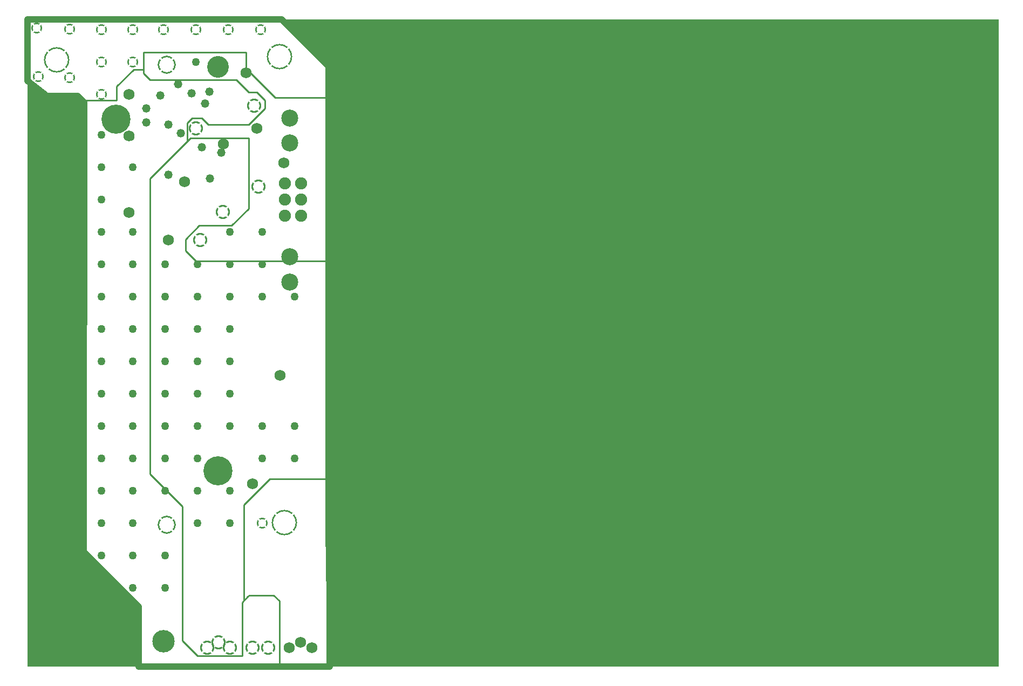
<source format=gbr>
G04*
G04 #@! TF.GenerationSoftware,Altium Limited,Altium Designer,23.10.1 (27)*
G04*
G04 Layer_Physical_Order=3*
G04 Layer_Color=32768*
%FSLAX42Y42*%
%MOMM*%
G71*
G04*
G04 #@! TF.SameCoordinates,D788F153-7B32-47A3-9728-DC68925F5BF0*
G04*
G04*
G04 #@! TF.FilePolarity,Negative*
G04*
G01*
G75*
%ADD16C,0.25*%
%ADD50C,1.02*%
%ADD51C,2.67*%
%ADD52C,1.91*%
G04:AMPARAMS|DCode=53|XSize=4.024mm|YSize=4.024mm|CornerRadius=0mm|HoleSize=0mm|Usage=FLASHONLY|Rotation=0.000|XOffset=0mm|YOffset=0mm|HoleType=Round|Shape=Relief|Width=0.25mm|Gap=0.25mm|Entries=4|*
%AMTHD53*
7,0,0,4.02,3.52,0.25,45*
%
%ADD53THD53*%
%ADD57C,4.57*%
%ADD58C,3.41*%
G04:AMPARAMS|DCode=59|XSize=1.774mm|YSize=1.774mm|CornerRadius=0mm|HoleSize=0mm|Usage=FLASHONLY|Rotation=0.000|XOffset=0mm|YOffset=0mm|HoleType=Round|Shape=Relief|Width=0.25mm|Gap=0.25mm|Entries=4|*
%AMTHD59*
7,0,0,1.77,1.27,0.25,45*
%
%ADD59THD59*%
%ADD60C,1.32*%
%ADD61C,1.73*%
%ADD62C,0.51*%
%ADD63C,1.00*%
%ADD64C,3.52*%
G04:AMPARAMS|DCode=65|XSize=2.844mm|YSize=2.844mm|CornerRadius=0mm|HoleSize=0mm|Usage=FLASHONLY|Rotation=0.000|XOffset=0mm|YOffset=0mm|HoleType=Round|Shape=Relief|Width=0.25mm|Gap=0.25mm|Entries=4|*
%AMTHD65*
7,0,0,2.84,2.34,0.25,45*
%
%ADD65THD65*%
%ADD66C,1.27*%
G04:AMPARAMS|DCode=67|XSize=2.2352mm|YSize=2.2352mm|CornerRadius=0mm|HoleSize=0mm|Usage=FLASHONLY|Rotation=0.000|XOffset=0mm|YOffset=0mm|HoleType=Round|Shape=Relief|Width=0.25mm|Gap=0.25mm|Entries=4|*
%AMTHD67*
7,0,0,2.24,1.73,0.25,45*
%
%ADD67THD67*%
G36*
X12560Y-5563D02*
X2057D01*
Y-4498D01*
X2045Y-3416D01*
Y3835D01*
Y3861D01*
X1308Y4597D01*
X12560D01*
Y-5563D01*
D02*
G37*
G36*
X-2374Y3389D02*
X-1892D01*
X-1790Y3287D01*
X-1803Y-3760D01*
X-940Y-4623D01*
Y-5563D01*
X-2680D01*
Y3632D01*
X-2374Y3389D01*
D02*
G37*
D16*
X-864Y4077D02*
X749D01*
X777Y-4468D02*
X800Y-4445D01*
X-254Y-5156D02*
Y-3505D01*
Y-5156D02*
X-13Y-5397D01*
X686D01*
Y-4559D01*
X777Y-4468D01*
X800Y-4445D02*
X1181D01*
X1270Y-4534D01*
Y-5563D02*
Y-4534D01*
X787Y1854D02*
Y2731D01*
Y2946D02*
X1041Y3200D01*
X-178Y2680D02*
Y2972D01*
X-102Y3048D01*
X51D01*
X152Y2946D01*
X787D01*
X711Y2731D02*
X787D01*
X1118Y-2616D02*
X2045D01*
X711Y-3023D02*
X1118Y-2616D01*
X711Y-4534D02*
Y-3023D01*
X-1016Y3810D02*
X-864D01*
X-1283Y3543D02*
X-1016Y3810D01*
X-1283Y3327D02*
Y3543D01*
X-1867Y3327D02*
X-1283D01*
X1206Y3365D02*
X2045D01*
X749Y3823D02*
X1206Y3365D01*
X749Y3823D02*
Y4077D01*
X-254Y-3505D02*
Y-3048D01*
X-762Y-2540D02*
X-254Y-3048D01*
X-762Y-2540D02*
Y-2515D01*
Y2095D01*
X-127Y2731D01*
X711D01*
X-38Y800D02*
X2032D01*
X-203Y965D02*
X-38Y800D01*
X-203Y965D02*
Y1143D01*
X13Y1359D01*
X521D01*
X787Y1626D01*
Y1854D01*
X1041Y3200D02*
Y3327D01*
X914Y3454D02*
X1041Y3327D01*
X787Y3454D02*
X914D01*
X597Y3645D02*
X787Y3454D01*
X-762Y3645D02*
X597D01*
X-864Y3747D02*
X-762Y3645D01*
X-864Y3747D02*
Y4077D01*
D50*
X1308Y4597D02*
X2045Y3861D01*
X-2680Y4597D02*
X1308D01*
X2045Y3835D02*
Y3861D01*
X-1803Y-3760D02*
X-1790Y3287D01*
X-1803Y-3760D02*
X-940Y-4623D01*
Y-5563D02*
Y-4623D01*
Y-5563D02*
X2057D01*
X-2680Y3632D02*
Y4597D01*
Y3632D02*
X-2374Y3389D01*
X-1892D01*
X-1790Y3287D01*
X2057Y-5563D02*
Y-4498D01*
X2045Y-3416D02*
X2057Y-4498D01*
X2045Y-3416D02*
Y3835D01*
D51*
X1435Y475D02*
D03*
Y871D02*
D03*
X1435Y2652D02*
D03*
Y3048D02*
D03*
D52*
X1359Y1765D02*
D03*
Y2019D02*
D03*
X1613Y1511D02*
D03*
Y1765D02*
D03*
X1359Y1511D02*
D03*
X1613Y2019D02*
D03*
D53*
X-2223Y3962D02*
D03*
X1346Y-3302D02*
D03*
X1270Y4013D02*
D03*
D57*
X-1295Y3031D02*
D03*
X305Y-2489D02*
D03*
D58*
Y3851D02*
D03*
D59*
X1003Y-3315D02*
D03*
X978Y4432D02*
D03*
X470D02*
D03*
X-38D02*
D03*
X-546D02*
D03*
X-1029Y3924D02*
D03*
Y4432D02*
D03*
X-1524Y3416D02*
D03*
Y3924D02*
D03*
Y4432D02*
D03*
X-2019Y3683D02*
D03*
X-2515Y3696D02*
D03*
X-2019Y4445D02*
D03*
X-2540Y4458D02*
D03*
D60*
X-597Y3404D02*
D03*
X172Y3461D02*
D03*
X103Y3271D02*
D03*
X-109Y3436D02*
D03*
X-279Y2807D02*
D03*
X-468Y2942D02*
D03*
X362Y2502D02*
D03*
X-470Y2159D02*
D03*
X51Y2591D02*
D03*
X-823Y3200D02*
D03*
X-823Y2979D02*
D03*
X178Y2095D02*
D03*
X-317Y3581D02*
D03*
D61*
X1600Y-5182D02*
D03*
X1778Y-5271D02*
D03*
X1422D02*
D03*
X1337Y2340D02*
D03*
X394Y2642D02*
D03*
X914Y2883D02*
D03*
X-216Y2045D02*
D03*
X-1092Y2769D02*
D03*
Y1562D02*
D03*
Y3416D02*
D03*
X-470Y1130D02*
D03*
X851Y-2692D02*
D03*
X1283Y-991D02*
D03*
X749Y3759D02*
D03*
D62*
X-284Y2775D02*
X-281D01*
X-262Y2794D01*
D63*
X-1085Y2769D02*
X-1059Y2743D01*
X-1092Y2769D02*
X-1085D01*
D64*
X-546Y-5169D02*
D03*
D65*
X-495Y-3340D02*
D03*
Y3882D02*
D03*
D66*
X1511Y241D02*
D03*
X-13Y-267D02*
D03*
X495D02*
D03*
Y-775D02*
D03*
X-13D02*
D03*
Y-1283D02*
D03*
X495D02*
D03*
X1511Y-1791D02*
D03*
Y-2299D02*
D03*
X1003D02*
D03*
Y-1791D02*
D03*
X495D02*
D03*
X-13D02*
D03*
Y-2299D02*
D03*
X495Y-2807D02*
D03*
X-13D02*
D03*
Y-3315D02*
D03*
X495D02*
D03*
X1003Y241D02*
D03*
Y749D02*
D03*
Y1257D02*
D03*
X495D02*
D03*
Y749D02*
D03*
Y241D02*
D03*
X-13D02*
D03*
Y749D02*
D03*
X-38Y3924D02*
D03*
X-521Y749D02*
D03*
Y241D02*
D03*
Y-267D02*
D03*
Y-775D02*
D03*
Y-1283D02*
D03*
Y-1791D02*
D03*
Y-2299D02*
D03*
Y-2807D02*
D03*
Y-3823D02*
D03*
Y-4331D02*
D03*
X-1029D02*
D03*
Y-3823D02*
D03*
Y-3315D02*
D03*
Y-2807D02*
D03*
Y-2299D02*
D03*
Y-1791D02*
D03*
Y-1283D02*
D03*
Y-775D02*
D03*
Y-267D02*
D03*
Y241D02*
D03*
Y749D02*
D03*
Y1257D02*
D03*
Y2273D02*
D03*
X-1524Y-3823D02*
D03*
Y-3315D02*
D03*
Y-2807D02*
D03*
Y-2299D02*
D03*
Y-1791D02*
D03*
Y-1283D02*
D03*
Y-775D02*
D03*
Y-267D02*
D03*
Y241D02*
D03*
Y749D02*
D03*
Y1257D02*
D03*
Y1765D02*
D03*
Y2273D02*
D03*
Y2781D02*
D03*
D67*
X317Y-5182D02*
D03*
X1092Y-5271D02*
D03*
X495D02*
D03*
X851D02*
D03*
X140D02*
D03*
X-38Y2883D02*
D03*
X940Y1968D02*
D03*
X876Y3238D02*
D03*
X25Y1130D02*
D03*
X381Y1575D02*
D03*
M02*

</source>
